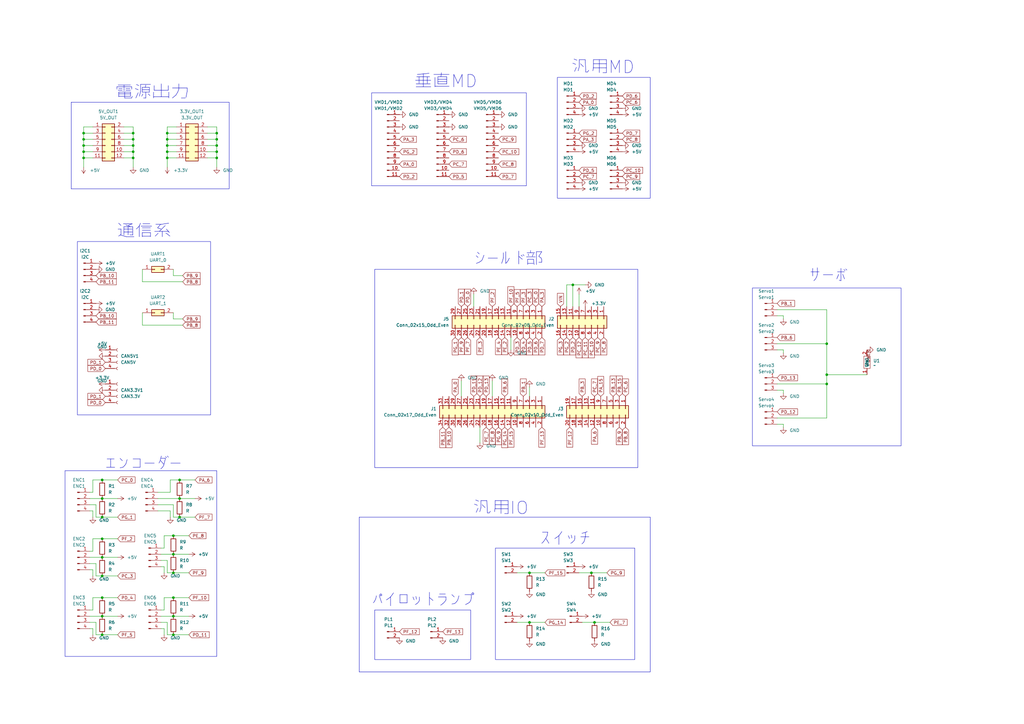
<source format=kicad_sch>
(kicad_sch (version 20231120) (generator "eeschema") (generator_version "8.0")
  (paper "A3")
  (junction (at 41.91 260.35))
  (junction (at 88.9 57.15))
  (junction (at 34.29 59.69))
  (junction (at 41.91 252.73))
  (junction (at 68.58 59.69))
  (junction (at 54.61 62.23))
  (junction (at 71.12 245.11))
  (junction (at 217.17 234.95))
  (junction (at 34.29 54.61))
  (junction (at 217.17 255.27))
  (junction (at 73.66 196.85))
  (junction (at 234.95 116.84))
  (junction (at 68.58 54.61))
  (junction (at 68.58 62.23))
  (junction (at 41.91 212.09))
  (junction (at 41.91 196.85))
  (junction (at 339.09 140.97))
  (junction (at 71.12 227.33))
  (junction (at 71.12 260.35))
  (junction (at 71.12 219.71))
  (junction (at 41.91 236.22))
  (junction (at 339.09 157.48))
  (junction (at 41.91 228.6))
  (junction (at 71.12 252.73))
  (junction (at 41.91 245.11))
  (junction (at 339.09 153.67))
  (junction (at 54.61 57.15))
  (junction (at 243.84 255.27))
  (junction (at 34.29 64.77))
  (junction (at 68.58 64.77))
  (junction (at 41.91 220.98))
  (junction (at 71.12 234.95))
  (junction (at 34.29 57.15))
  (junction (at 88.9 62.23))
  (junction (at 41.91 204.47))
  (junction (at 73.66 212.09))
  (junction (at 54.61 54.61))
  (junction (at 54.61 59.69))
  (junction (at 54.61 64.77))
  (junction (at 88.9 59.69))
  (junction (at 34.29 62.23))
  (junction (at 88.9 64.77))
  (junction (at 242.57 234.95))
  (junction (at 88.9 54.61))
  (junction (at 68.58 57.15))
  (junction (at 73.66 204.47))
  (wire (pts (xy 73.66 212.09) (xy 80.01 212.09)))
  (wire (pts (xy 88.9 54.61) (xy 88.9 57.15)))
  (wire (pts (xy 54.61 57.15) (xy 54.61 59.69)))
  (wire (pts (xy 339.09 127) (xy 339.09 140.97)))
  (wire (pts (xy 64.77 204.47) (xy 73.66 204.47)))
  (wire (pts (xy 321.31 129.54) (xy 321.31 130.81)))
  (wire (pts (xy 41.91 228.6) (xy 48.26 228.6)))
  (wire (pts (xy 189.23 156.21) (xy 189.23 162.56)))
  (wire (pts (xy 38.1 257.81) (xy 38.1 260.35)))
  (wire (pts (xy 64.77 209.55) (xy 69.85 209.55)))
  (wire (pts (xy 67.31 224.79) (xy 67.31 219.71)))
  (wire (pts (xy 321.31 144.78) (xy 321.31 143.51)))
  (wire (pts (xy 217.17 234.95) (xy 223.52 234.95)))
  (wire (pts (xy 238.76 255.27) (xy 243.84 255.27)))
  (wire (pts (xy 36.83 204.47) (xy 41.91 204.47)))
  (wire (pts (xy 34.29 54.61) (xy 34.29 52.07)))
  (wire (pts (xy 39.37 207.01) (xy 39.37 212.09)))
  (wire (pts (xy 242.57 234.95) (xy 248.92 234.95)))
  (wire (pts (xy 68.58 255.27) (xy 68.58 260.35)))
  (wire (pts (xy 67.31 250.19) (xy 67.31 245.11)))
  (wire (pts (xy 68.58 57.15) (xy 68.58 54.61)))
  (wire (pts (xy 36.83 257.81) (xy 38.1 257.81)))
  (wire (pts (xy 41.91 220.98) (xy 48.26 220.98)))
  (wire (pts (xy 69.85 201.93) (xy 69.85 196.85)))
  (wire (pts (xy 38.1 245.11) (xy 41.91 245.11)))
  (wire (pts (xy 34.29 59.69) (xy 34.29 57.15)))
  (wire (pts (xy 234.95 116.84) (xy 234.95 125.73)))
  (wire (pts (xy 318.77 157.48) (xy 339.09 157.48)))
  (wire (pts (xy 66.04 224.79) (xy 67.31 224.79)))
  (wire (pts (xy 85.09 64.77) (xy 88.9 64.77)))
  (wire (pts (xy 318.77 160.02) (xy 321.31 160.02)))
  (wire (pts (xy 88.9 52.07) (xy 88.9 54.61)))
  (wire (pts (xy 71.12 130.81) (xy 74.93 130.81)))
  (wire (pts (xy 41.91 260.35) (xy 48.26 260.35)))
  (wire (pts (xy 68.58 68.58) (xy 68.58 64.77)))
  (wire (pts (xy 36.83 250.19) (xy 38.1 250.19)))
  (wire (pts (xy 36.83 207.01) (xy 39.37 207.01)))
  (wire (pts (xy 34.29 54.61) (xy 38.1 54.61)))
  (wire (pts (xy 73.66 196.85) (xy 80.01 196.85)))
  (wire (pts (xy 38.1 196.85) (xy 41.91 196.85)))
  (wire (pts (xy 34.29 62.23) (xy 34.29 59.69)))
  (wire (pts (xy 41.91 204.47) (xy 48.26 204.47)))
  (wire (pts (xy 196.85 175.26) (xy 196.85 181.61)))
  (wire (pts (xy 34.29 68.58) (xy 34.29 64.77)))
  (wire (pts (xy 234.95 116.84) (xy 232.41 116.84)))
  (wire (pts (xy 318.77 129.54) (xy 321.31 129.54)))
  (wire (pts (xy 54.61 64.77) (xy 54.61 68.58)))
  (wire (pts (xy 34.29 59.69) (xy 38.1 59.69)))
  (wire (pts (xy 68.58 229.87) (xy 68.58 234.95)))
  (wire (pts (xy 212.09 255.27) (xy 217.17 255.27)))
  (wire (pts (xy 50.8 62.23) (xy 54.61 62.23)))
  (wire (pts (xy 321.31 160.02) (xy 321.31 161.29)))
  (wire (pts (xy 38.1 226.06) (xy 38.1 220.98)))
  (wire (pts (xy 36.83 255.27) (xy 39.37 255.27)))
  (wire (pts (xy 34.29 57.15) (xy 34.29 54.61)))
  (wire (pts (xy 54.61 52.07) (xy 54.61 54.61)))
  (wire (pts (xy 41.91 245.11) (xy 48.26 245.11)))
  (wire (pts (xy 68.58 62.23) (xy 68.58 59.69)))
  (wire (pts (xy 64.77 201.93) (xy 69.85 201.93)))
  (wire (pts (xy 39.37 236.22) (xy 41.91 236.22)))
  (wire (pts (xy 71.12 234.95) (xy 77.47 234.95)))
  (wire (pts (xy 318.77 140.97) (xy 339.09 140.97)))
  (wire (pts (xy 217.17 158.75) (xy 217.17 162.56)))
  (wire (pts (xy 68.58 59.69) (xy 68.58 57.15)))
  (wire (pts (xy 71.12 110.49) (xy 71.12 113.03)))
  (wire (pts (xy 321.31 173.99) (xy 318.77 173.99)))
  (wire (pts (xy 85.09 54.61) (xy 88.9 54.61)))
  (wire (pts (xy 39.37 231.14) (xy 39.37 236.22)))
  (wire (pts (xy 88.9 64.77) (xy 88.9 68.58)))
  (wire (pts (xy 71.12 212.09) (xy 73.66 212.09)))
  (wire (pts (xy 66.04 255.27) (xy 68.58 255.27)))
  (wire (pts (xy 339.09 140.97) (xy 339.09 153.67)))
  (wire (pts (xy 85.09 52.07) (xy 88.9 52.07)))
  (wire (pts (xy 71.12 252.73) (xy 77.47 252.73)))
  (wire (pts (xy 38.1 233.68) (xy 38.1 236.22)))
  (wire (pts (xy 38.1 220.98) (xy 41.91 220.98)))
  (wire (pts (xy 68.58 52.07) (xy 72.39 52.07)))
  (wire (pts (xy 212.09 234.95) (xy 217.17 234.95)))
  (wire (pts (xy 88.9 57.15) (xy 88.9 59.69)))
  (wire (pts (xy 88.9 62.23) (xy 88.9 64.77)))
  (wire (pts (xy 36.83 228.6) (xy 41.91 228.6)))
  (wire (pts (xy 54.61 54.61) (xy 54.61 57.15)))
  (wire (pts (xy 321.31 175.26) (xy 321.31 173.99)))
  (wire (pts (xy 39.37 212.09) (xy 41.91 212.09)))
  (wire (pts (xy 339.09 153.67) (xy 339.09 157.48)))
  (wire (pts (xy 58.42 128.27) (xy 58.42 133.35)))
  (wire (pts (xy 34.29 64.77) (xy 34.29 62.23)))
  (wire (pts (xy 243.84 255.27) (xy 250.19 255.27)))
  (wire (pts (xy 58.42 115.57) (xy 74.93 115.57)))
  (wire (pts (xy 36.83 233.68) (xy 38.1 233.68)))
  (wire (pts (xy 50.8 57.15) (xy 54.61 57.15)))
  (wire (pts (xy 68.58 54.61) (xy 68.58 52.07)))
  (wire (pts (xy 318.77 171.45) (xy 339.09 171.45)))
  (wire (pts (xy 41.91 252.73) (xy 48.26 252.73)))
  (wire (pts (xy 34.29 64.77) (xy 38.1 64.77)))
  (wire (pts (xy 85.09 59.69) (xy 88.9 59.69)))
  (wire (pts (xy 66.04 229.87) (xy 68.58 229.87)))
  (wire (pts (xy 66.04 250.19) (xy 67.31 250.19)))
  (wire (pts (xy 68.58 64.77) (xy 68.58 62.23)))
  (wire (pts (xy 321.31 143.51) (xy 318.77 143.51)))
  (wire (pts (xy 68.58 62.23) (xy 72.39 62.23)))
  (wire (pts (xy 71.12 113.03) (xy 74.93 113.03)))
  (wire (pts (xy 36.83 209.55) (xy 38.1 209.55)))
  (wire (pts (xy 318.77 127) (xy 339.09 127)))
  (wire (pts (xy 88.9 59.69) (xy 88.9 62.23)))
  (wire (pts (xy 34.29 62.23) (xy 38.1 62.23)))
  (wire (pts (xy 36.83 252.73) (xy 41.91 252.73)))
  (wire (pts (xy 36.83 226.06) (xy 38.1 226.06)))
  (wire (pts (xy 67.31 257.81) (xy 67.31 260.35)))
  (wire (pts (xy 39.37 260.35) (xy 41.91 260.35)))
  (wire (pts (xy 58.42 110.49) (xy 58.42 115.57)))
  (wire (pts (xy 73.66 204.47) (xy 80.01 204.47)))
  (wire (pts (xy 36.83 231.14) (xy 39.37 231.14)))
  (wire (pts (xy 240.03 116.84) (xy 234.95 116.84)))
  (wire (pts (xy 38.1 250.19) (xy 38.1 245.11)))
  (wire (pts (xy 339.09 153.67) (xy 355.6 153.67)))
  (wire (pts (xy 85.09 57.15) (xy 88.9 57.15)))
  (wire (pts (xy 339.09 157.48) (xy 339.09 171.45)))
  (wire (pts (xy 66.04 252.73) (xy 71.12 252.73)))
  (wire (pts (xy 38.1 201.93) (xy 38.1 196.85)))
  (wire (pts (xy 85.09 62.23) (xy 88.9 62.23)))
  (wire (pts (xy 194.31 120.65) (xy 194.31 125.73)))
  (wire (pts (xy 69.85 196.85) (xy 73.66 196.85)))
  (wire (pts (xy 66.04 257.81) (xy 67.31 257.81)))
  (wire (pts (xy 50.8 59.69) (xy 54.61 59.69)))
  (wire (pts (xy 68.58 234.95) (xy 71.12 234.95)))
  (wire (pts (xy 71.12 227.33) (xy 77.47 227.33)))
  (wire (pts (xy 71.12 245.11) (xy 77.47 245.11)))
  (wire (pts (xy 67.31 219.71) (xy 71.12 219.71)))
  (wire (pts (xy 71.12 128.27) (xy 71.12 130.81)))
  (wire (pts (xy 237.49 234.95) (xy 242.57 234.95)))
  (wire (pts (xy 50.8 52.07) (xy 54.61 52.07)))
  (wire (pts (xy 237.49 120.65) (xy 237.49 125.73)))
  (wire (pts (xy 41.91 212.09) (xy 48.26 212.09)))
  (wire (pts (xy 68.58 59.69) (xy 72.39 59.69)))
  (wire (pts (xy 66.04 227.33) (xy 71.12 227.33)))
  (wire (pts (xy 71.12 260.35) (xy 77.47 260.35)))
  (wire (pts (xy 71.12 207.01) (xy 71.12 212.09)))
  (wire (pts (xy 201.93 156.21) (xy 201.93 162.56)))
  (wire (pts (xy 217.17 255.27) (xy 223.52 255.27)))
  (wire (pts (xy 71.12 219.71) (xy 77.47 219.71)))
  (wire (pts (xy 39.37 255.27) (xy 39.37 260.35)))
  (wire (pts (xy 38.1 209.55) (xy 38.1 212.09)))
  (wire (pts (xy 34.29 52.07) (xy 38.1 52.07)))
  (wire (pts (xy 34.29 57.15) (xy 38.1 57.15)))
  (wire (pts (xy 68.58 260.35) (xy 71.12 260.35)))
  (wire (pts (xy 54.61 62.23) (xy 54.61 64.77)))
  (wire (pts (xy 64.77 207.01) (xy 71.12 207.01)))
  (wire (pts (xy 50.8 54.61) (xy 54.61 54.61)))
  (wire (pts (xy 41.91 196.85) (xy 48.26 196.85)))
  (wire (pts (xy 58.42 133.35) (xy 74.93 133.35)))
  (wire (pts (xy 68.58 57.15) (xy 72.39 57.15)))
  (wire (pts (xy 66.04 232.41) (xy 67.31 232.41)))
  (wire (pts (xy 69.85 209.55) (xy 69.85 212.09)))
  (wire (pts (xy 209.55 138.43) (xy 209.55 143.51)))
  (wire (pts (xy 232.41 116.84) (xy 232.41 125.73)))
  (wire (pts (xy 50.8 64.77) (xy 54.61 64.77)))
  (wire (pts (xy 41.91 236.22) (xy 48.26 236.22)))
  (wire (pts (xy 67.31 232.41) (xy 67.31 234.95)))
  (wire (pts (xy 68.58 64.77) (xy 72.39 64.77)))
  (wire (pts (xy 54.61 59.69) (xy 54.61 62.23)))
  (wire (pts (xy 36.83 201.93) (xy 38.1 201.93)))
  (wire (pts (xy 67.31 245.11) (xy 71.12 245.11)))
  (wire (pts (xy 68.58 54.61) (xy 72.39 54.61)))
  (rectangle (start 308.61 118.11) (end 369.57 182.88))
  (rectangle (start 26.67 193.04) (end 88.9 269.24))
  (rectangle (start 153.67 110.49) (end 261.62 191.77))
  (rectangle (start 147.32 212.09) (end 266.7 275.59))
  (text_box "" (at 228.6 31.75 0) (size 38.1 49.53) (effects (font (size 1.27 1.27)) (justify left top)))
  (text_box "" (at 203.2 224.79 0) (size 57.15 45.72) (effects (font (size 1.27 1.27)) (justify left top)))
  (text_box "" (at 29.21 41.91 0) (size 64.77 35.56) (effects (font (size 1.27 1.27)) (justify left top)))
  (text_box "" (at 152.4 38.1 0) (size 63.5 38.1) (effects (font (size 1.27 1.27)) (justify left top)))
  (text_box "" (at 31.75 99.06 0) (size 54.61 71.12) (effects (font (size 1.27 1.27)) (justify left top)))
  (text_box "" (at 153.67 250.19 0) (size 39.37 20.32) (effects (font (size 1.27 1.27)) (justify left top)))
  (text "汎用IO" (at 205.486 208.534 0) (effects (font (size 5.08 5.08))))
  (text "シールド部\n" (at 208.534 106.426 0) (effects (font (size 5.08 5.08))))
  (text "垂直MD" (at 182.88 33.528 0) (effects (font (size 5.08 5.08))))
  (text "汎用MD" (at 247.396 27.686 0) (effects (font (size 5.08 5.08))))
  (text "エンコーダー" (at 58.674 190.5 0) (effects (font (size 5.08 5.08))))
  (text "パイロットランプ" (at 173.482 246.38 0) (effects (font (size 5.08 5.08))))
  (text "スイッチ" (at 231.902 221.234 0) (effects (font (size 5.08 5.08))))
  (text "電源出力" (at 62.484 38.1 0) (effects (font (size 5.08 5.08))))
  (text "通信系\n" (at 59.182 94.996 0) (effects (font (size 5.08 5.08))))
  (text "サーボ" (at 339.598 113.284 0) (effects (font (size 5.08 5.08))))
  (global_label "PG_2" (shape input) (at 237.49 54.61 0) (property "Intersheetrefs" "${INTERSHEET_REFS}" (effects (hide yes))))
  (global_label "PC_10" (shape input) (at 204.47 62.23 0) (property "Intersheetrefs" "${INTERSHEET_REFS}" (effects (hide yes))))
  (global_label "PA_3" (shape input) (at 222.25 125.73 90) (property "Intersheetrefs" "${INTERSHEET_REFS}" (effects (hide yes))))
  (global_label "PF_2" (shape input) (at 48.26 220.98 0) (property "Intersheetrefs" "${INTERSHEET_REFS}" (effects (hide yes))))
  (global_label "PC_10" (shape input) (at 255.27 69.85 0) (property "Intersheetrefs" "${INTERSHEET_REFS}" (effects (hide yes))))
  (global_label "PD_0" (shape input) (at 43.18 165.1 180) (property "Intersheetrefs" "${INTERSHEET_REFS}" (effects (hide yes))))
  (global_label "PB_15" (shape input) (at 254 162.56 90) (property "Intersheetrefs" "${INTERSHEET_REFS}" (effects (hide yes))))
  (global_label "PD_6" (shape input) (at 255.27 39.37 0) (property "Intersheetrefs" "${INTERSHEET_REFS}" (effects (hide yes))))
  (global_label "PA_6" (shape input) (at 243.84 175.26 270) (property "Intersheetrefs" "${INTERSHEET_REFS}" (effects (hide yes))))
  (global_label "PE_7" (shape input) (at 250.19 255.27 0) (property "Intersheetrefs" "${INTERSHEET_REFS}" (effects (hide yes))))
  (global_label "PE_7" (shape input) (at 199.39 175.26 270) (property "Intersheetrefs" "${INTERSHEET_REFS}" (effects (hide yes))))
  (global_label "PG_1" (shape input) (at 48.26 212.09 0) (property "Intersheetrefs" "${INTERSHEET_REFS}" (effects (hide yes))))
  (global_label "PD_4" (shape input) (at 214.63 138.43 270) (property "Intersheetrefs" "${INTERSHEET_REFS}" (effects (hide yes))))
  (global_label "PF_3" (shape input) (at 214.63 125.73 90) (property "Intersheetrefs" "${INTERSHEET_REFS}" (effects (hide yes))))
  (global_label "PF_13" (shape input) (at 222.25 175.26 270) (property "Intersheetrefs" "${INTERSHEET_REFS}" (effects (hide yes))))
  (global_label "PD_7" (shape input) (at 222.25 138.43 270) (property "Intersheetrefs" "${INTERSHEET_REFS}" (effects (hide yes))))
  (global_label "PB_6" (shape input) (at 318.77 138.43 0) (property "Intersheetrefs" "${INTERSHEET_REFS}" (effects (hide yes))))
  (global_label "PD_12" (shape input) (at 318.77 168.91 0) (property "Intersheetrefs" "${INTERSHEET_REFS}" (effects (hide yes))))
  (global_label "PA_6" (shape input) (at 80.01 196.85 0) (property "Intersheetrefs" "${INTERSHEET_REFS}" (effects (hide yes))))
  (global_label "PD_2" (shape input) (at 163.83 72.39 0) (property "Intersheetrefs" "${INTERSHEET_REFS}" (effects (hide yes))))
  (global_label "PE_8" (shape input) (at 77.47 219.71 0) (property "Intersheetrefs" "${INTERSHEET_REFS}" (effects (hide yes))))
  (global_label "PF_10" (shape input) (at 77.47 245.11 0) (property "Intersheetrefs" "${INTERSHEET_REFS}" (effects (hide yes))))
  (global_label "PE_4" (shape input) (at 204.47 138.43 270) (property "Intersheetrefs" "${INTERSHEET_REFS}" (effects (hide yes))))
  (global_label "PF_10" (shape input) (at 209.55 125.73 90) (property "Intersheetrefs" "${INTERSHEET_REFS}" (effects (hide yes))))
  (global_label "PF_15" (shape input) (at 209.55 175.26 270) (property "Intersheetrefs" "${INTERSHEET_REFS}" (effects (hide yes))))
  (global_label "PB_6" (shape input) (at 207.01 162.56 90) (property "Intersheetrefs" "${INTERSHEET_REFS}" (effects (hide yes))))
  (global_label "PF_9" (shape input) (at 189.23 138.43 270) (property "Intersheetrefs" "${INTERSHEET_REFS}" (effects (hide yes))))
  (global_label "PC_11" (shape input) (at 240.03 138.43 270) (property "Intersheetrefs" "${INTERSHEET_REFS}" (effects (hide yes))))
  (global_label "PF_5" (shape input) (at 212.09 125.73 90) (property "Intersheetrefs" "${INTERSHEET_REFS}" (effects (hide yes))))
  (global_label "PB_11" (shape input) (at 39.37 115.57 0) (property "Intersheetrefs" "${INTERSHEET_REFS}" (effects (hide yes))))
  (global_label "PD_5" (shape input) (at 217.17 138.43 270) (property "Intersheetrefs" "${INTERSHEET_REFS}" (effects (hide yes))))
  (global_label "PD_7" (shape input) (at 255.27 54.61 0) (property "Intersheetrefs" "${INTERSHEET_REFS}" (effects (hide yes))))
  (global_label "PD_5" (shape input) (at 237.49 69.85 0) (property "Intersheetrefs" "${INTERSHEET_REFS}" (effects (hide yes))))
  (global_label "PC_9" (shape input) (at 204.47 57.15 0) (property "Intersheetrefs" "${INTERSHEET_REFS}" (effects (hide yes))))
  (global_label "PD_2" (shape input) (at 234.95 138.43 270) (property "Intersheetrefs" "${INTERSHEET_REFS}" (effects (hide yes))))
  (global_label "PF_12" (shape input) (at 233.68 175.26 270) (property "Intersheetrefs" "${INTERSHEET_REFS}" (effects (hide yes))))
  (global_label "PF_7" (shape input) (at 80.01 212.09 0) (property "Intersheetrefs" "${INTERSHEET_REFS}" (effects (hide yes))))
  (global_label "PB_8" (shape input) (at 74.93 115.57 0) (property "Intersheetrefs" "${INTERSHEET_REFS}" (effects (hide yes))))
  (global_label "PA_15" (shape input) (at 246.38 162.56 90) (property "Intersheetrefs" "${INTERSHEET_REFS}" (effects (hide yes))))
  (global_label "PD_6" (shape input) (at 184.15 62.23 0) (property "Intersheetrefs" "${INTERSHEET_REFS}" (effects (hide yes))))
  (global_label "PB_10" (shape input) (at 39.37 129.54 0) (property "Intersheetrefs" "${INTERSHEET_REFS}" (effects (hide yes))))
  (global_label "PD_11" (shape input) (at 194.31 162.56 90) (property "Intersheetrefs" "${INTERSHEET_REFS}" (effects (hide yes))))
  (global_label "PB_11" (shape input) (at 39.37 132.08 0) (property "Intersheetrefs" "${INTERSHEET_REFS}" (effects (hide yes))))
  (global_label "PC_6" (shape input) (at 184.15 57.15 0) (property "Intersheetrefs" "${INTERSHEET_REFS}" (effects (hide yes))))
  (global_label "PA_3" (shape input) (at 237.49 57.15 0) (property "Intersheetrefs" "${INTERSHEET_REFS}" (effects (hide yes))))
  (global_label "PD_0" (shape input) (at 43.18 151.13 180) (property "Intersheetrefs" "${INTERSHEET_REFS}" (effects (hide yes))))
  (global_label "PF_12" (shape input) (at 163.83 259.08 0) (property "Intersheetrefs" "${INTERSHEET_REFS}" (effects (hide yes))))
  (global_label "PB_10" (shape input) (at 184.15 175.26 270) (property "Intersheetrefs" "${INTERSHEET_REFS}" (effects (hide yes))))
  (global_label "PC_0" (shape input) (at 48.26 196.85 0) (property "Intersheetrefs" "${INTERSHEET_REFS}" (effects (hide yes))))
  (global_label "PC_8" (shape input) (at 204.47 67.31 0) (property "Intersheetrefs" "${INTERSHEET_REFS}" (effects (hide yes))))
  (global_label "PB_10" (shape input) (at 39.37 113.03 0) (property "Intersheetrefs" "${INTERSHEET_REFS}" (effects (hide yes))))
  (global_label "PG_3" (shape input) (at 229.87 138.43 270) (property "Intersheetrefs" "${INTERSHEET_REFS}" (effects (hide yes))))
  (global_label "PD_2" (shape input) (at 237.49 39.37 0) (property "Intersheetrefs" "${INTERSHEET_REFS}" (effects (hide yes))))
  (global_label "PG_9" (shape input) (at 204.47 175.26 270) (property "Intersheetrefs" "${INTERSHEET_REFS}" (effects (hide yes))))
  (global_label "PC_6" (shape input) (at 255.27 41.91 0) (property "Intersheetrefs" "${INTERSHEET_REFS}" (effects (hide yes))))
  (global_label "PD_1" (shape input) (at 189.23 125.73 90) (property "Intersheetrefs" "${INTERSHEET_REFS}" (effects (hide yes))))
  (global_label "PA_3" (shape input) (at 163.83 57.15 0) (property "Intersheetrefs" "${INTERSHEET_REFS}" (effects (hide yes))))
  (global_label "PE_2" (shape input) (at 207.01 138.43 270) (property "Intersheetrefs" "${INTERSHEET_REFS}" (effects (hide yes))))
  (global_label "PE_3" (shape input) (at 196.85 138.43 270) (property "Intersheetrefs" "${INTERSHEET_REFS}" (effects (hide yes))))
  (global_label "PG_1" (shape input) (at 186.69 138.43 270) (property "Intersheetrefs" "${INTERSHEET_REFS}" (effects (hide yes))))
  (global_label "PB_8" (shape input) (at 74.93 133.35 0) (property "Intersheetrefs" "${INTERSHEET_REFS}" (effects (hide yes))))
  (global_label "PB_9" (shape input) (at 74.93 130.81 0) (property "Intersheetrefs" "${INTERSHEET_REFS}" (effects (hide yes))))
  (global_label "PD_12" (shape input) (at 196.85 162.56 90) (property "Intersheetrefs" "${INTERSHEET_REFS}" (effects (hide yes))))
  (global_label "PD_1" (shape input) (at 43.18 162.56 180) (property "Intersheetrefs" "${INTERSHEET_REFS}" (effects (hide yes))))
  (global_label "PB_13" (shape input) (at 251.46 162.56 90) (property "Intersheetrefs" "${INTERSHEET_REFS}" (effects (hide yes))))
  (global_label "PC_9" (shape input) (at 245.11 138.43 270) (property "Intersheetrefs" "${INTERSHEET_REFS}" (effects (hide yes))))
  (global_label "PG_14" (shape input) (at 207.01 175.26 270) (property "Intersheetrefs" "${INTERSHEET_REFS}" (effects (hide yes))))
  (global_label "PG_14" (shape input) (at 223.52 255.27 0) (property "Intersheetrefs" "${INTERSHEET_REFS}" (effects (hide yes))))
  (global_label "PC_7" (shape input) (at 237.49 72.39 0) (property "Intersheetrefs" "${INTERSHEET_REFS}" (effects (hide yes))))
  (global_label "PC_9" (shape input) (at 255.27 72.39 0) (property "Intersheetrefs" "${INTERSHEET_REFS}" (effects (hide yes))))
  (global_label "PC_6" (shape input) (at 256.54 162.56 90) (property "Intersheetrefs" "${INTERSHEET_REFS}" (effects (hide yes))))
  (global_label "PC_8" (shape input) (at 255.27 57.15 0) (property "Intersheetrefs" "${INTERSHEET_REFS}" (effects (hide yes))))
  (global_label "PD_13" (shape input) (at 199.39 162.56 90) (property "Intersheetrefs" "${INTERSHEET_REFS}" (effects (hide yes))))
  (global_label "PF_2" (shape input) (at 201.93 125.73 90) (property "Intersheetrefs" "${INTERSHEET_REFS}" (effects (hide yes))))
  (global_label "PF_7" (shape input) (at 191.77 138.43 270) (property "Intersheetrefs" "${INTERSHEET_REFS}" (effects (hide yes))))
  (global_label "PF_9" (shape input) (at 77.47 234.95 0) (property "Intersheetrefs" "${INTERSHEET_REFS}" (effects (hide yes))))
  (global_label "PE_8" (shape input) (at 201.93 175.26 270) (property "Intersheetrefs" "${INTERSHEET_REFS}" (effects (hide yes))))
  (global_label "PG_2" (shape input) (at 163.83 62.23 0) (property "Intersheetrefs" "${INTERSHEET_REFS}" (effects (hide yes))))
  (global_label "PA_0" (shape input) (at 163.83 67.31 0) (property "Intersheetrefs" "${INTERSHEET_REFS}" (effects (hide yes))))
  (global_label "PB_1" (shape input) (at 318.77 124.46 0) (property "Intersheetrefs" "${INTERSHEET_REFS}" (effects (hide yes))))
  (global_label "PD_3" (shape input) (at 212.09 138.43 270) (property "Intersheetrefs" "${INTERSHEET_REFS}" (effects (hide yes))))
  (global_label "PC_8" (shape input) (at 247.65 138.43 270) (property "Intersheetrefs" "${INTERSHEET_REFS}" (effects (hide yes))))
  (global_label "PF_13" (shape input) (at 181.61 259.08 0) (property "Intersheetrefs" "${INTERSHEET_REFS}" (effects (hide yes))))
  (global_label "PC_12" (shape input) (at 237.49 138.43 270) (property "Intersheetrefs" "${INTERSHEET_REFS}" (effects (hide yes))))
  (global_label "PA_0" (shape input) (at 186.69 162.56 90) (property "Intersheetrefs" "${INTERSHEET_REFS}" (effects (hide yes))))
  (global_label "PG_2" (shape input) (at 232.41 138.43 270) (property "Intersheetrefs" "${INTERSHEET_REFS}" (effects (hide yes))))
  (global_label "PB_9" (shape input) (at 74.93 113.03 0) (property "Intersheetrefs" "${INTERSHEET_REFS}" (effects (hide yes))))
  (global_label "PB_11" (shape input) (at 181.61 175.26 270) (property "Intersheetrefs" "${INTERSHEET_REFS}" (effects (hide yes))))
  (global_label "PC_10" (shape input) (at 242.57 138.43 270) (property "Intersheetrefs" "${INTERSHEET_REFS}" (effects (hide yes))))
  (global_label "PC_0" (shape input) (at 219.71 125.73 90) (property "Intersheetrefs" "${INTERSHEET_REFS}" (effects (hide yes))))
  (global_label "PD_7" (shape input) (at 204.47 72.39 0) (property "Intersheetrefs" "${INTERSHEET_REFS}" (effects (hide yes))))
  (global_label "VIN" (shape input) (at 229.87 125.73 90) (property "Intersheetrefs" "${INTERSHEET_REFS}" (effects (hide yes))))
  (global_label "PG_9" (shape input) (at 248.92 234.95 0) (property "Intersheetrefs" "${INTERSHEET_REFS}" (effects (hide yes))))
  (global_label "PD_5" (shape input) (at 184.15 72.39 0) (property "Intersheetrefs" "${INTERSHEET_REFS}" (effects (hide yes))))
  (global_label "PC_7" (shape input) (at 243.84 162.56 90) (property "Intersheetrefs" "${INTERSHEET_REFS}" (effects (hide yes))))
  (global_label "PC_7" (shape input) (at 184.15 67.31 0) (property "Intersheetrefs" "${INTERSHEET_REFS}" (effects (hide yes))))
  (global_label "PD_0" (shape input) (at 191.77 125.73 90) (property "Intersheetrefs" "${INTERSHEET_REFS}" (effects (hide yes))))
  (global_label "PB_3" (shape input) (at 238.76 162.56 90) (property "Intersheetrefs" "${INTERSHEET_REFS}" (effects (hide yes))))
  (global_label "PD_6" (shape input) (at 219.71 138.43 270) (property "Intersheetrefs" "${INTERSHEET_REFS}" (effects (hide yes))))
  (global_label "PC_3" (shape input) (at 48.26 236.22 0) (property "Intersheetrefs" "${INTERSHEET_REFS}" (effects (hide yes))))
  (global_label "PD_4" (shape input) (at 48.26 245.11 0) (property "Intersheetrefs" "${INTERSHEET_REFS}" (effects (hide yes))))
  (global_label "PF_15" (shape input) (at 223.52 234.95 0) (property "Intersheetrefs" "${INTERSHEET_REFS}" (effects (hide yes))))
  (global_label "PD_13" (shape input) (at 318.77 154.94 0) (property "Intersheetrefs" "${INTERSHEET_REFS}" (effects (hide yes))))
  (global_label "PD_1" (shape input) (at 43.18 148.59 180) (property "Intersheetrefs" "${INTERSHEET_REFS}" (effects (hide yes))))
  (global_label "PF_5" (shape input) (at 48.26 260.35 0) (property "Intersheetrefs" "${INTERSHEET_REFS}" (effects (hide yes))))
  (global_label "PA_0" (shape input) (at 237.49 41.91 0) (property "Intersheetrefs" "${INTERSHEET_REFS}" (effects (hide yes))))
  (global_label "PB_8" (shape input) (at 256.54 175.26 270) (property "Intersheetrefs" "${INTERSHEET_REFS}" (effects (hide yes))))
  (global_label "PC_3" (shape input) (at 217.17 125.73 90) (property "Intersheetrefs" "${INTERSHEET_REFS}" (effects (hide yes))))
  (global_label "PB_1" (shape input) (at 214.63 162.56 90) (property "Intersheetrefs" "${INTERSHEET_REFS}" (effects (hide yes))))
  (global_label "PB_9" (shape input) (at 254 175.26 270) (property "Intersheetrefs" "${INTERSHEET_REFS}" (effects (hide yes))))
  (global_label "PD_11" (shape input) (at 77.47 260.35 0) (property "Intersheetrefs" "${INTERSHEET_REFS}" (effects (hide yes))))
  (symbol (lib_id "Connector:Conn_01x11_Pin") (at 199.39 59.69 0) (unit 1)
    (property "Reference" "VMD5/VMD6" (at 200.025 41.91 0))
    (property "Value" "VMD5/VMD6" (at 200.025 44.45 0))
    (property "Footprint" "Connector_PinHeader_2.54mm:PinHeader_1x11_P2.54mm_Vertical" (effects (hide yes)))
    (property "Description" "Generic connector, single row, 01x11, script generated" (effects (hide yes)))
  )
  (symbol (lib_id "power:+5V") (at 237.49 120.65 0) (unit 1)
    (property "Reference" "#PWR04" (effects (hide yes)))
    (property "Value" "+5V" (at 240.03 119.3799 0) (effects (justify left)))
  )
  (symbol (lib_id "power:+5V") (at 237.49 232.41 270) (unit 1)
    (property "Reference" "#PWR044" (effects (hide yes)))
    (property "Value" "+5V" (at 241.3 232.4099 90) (effects (justify left)))
  )
  (symbol (lib_id "power:+3.3V") (at 68.58 68.58 180) (unit 1)
    (property "Reference" "#PWR059" (effects (hide yes)))
    (property "Value" "+3.3V" (at 71.12 69.8499 0) (effects (justify right)))
    (property "Description" "Power symbol creates a global label with name \"+3.3V\"" (effects (hide yes)))
  )
  (symbol (lib_id "power:GND") (at 217.17 242.57 0) (unit 1)
    (property "Reference" "#PWR040" (effects (hide yes)))
    (property "Value" "GND" (at 219.71 243.8399 0) (effects (justify left)))
  )
  (symbol (lib_name "GND_2") (lib_id "power:GND") (at 204.47 52.07 90) (unit 1)
    (property "Reference" "#PWR067" (effects (hide yes)))
    (property "Value" "GND" (at 208.28 52.0699 90) (effects (justify right)))
    (property "Description" "Power symbol creates a global label with name \"GND\" , ground" (effects (hide yes)))
  )
  (symbol (lib_id "MyLibrary:Power") (at 355.6 148.59 270) (unit 1)
    (property "Reference" "U1" (at 358.14 147.9549 90) (effects (justify left)))
    (property "Value" "~" (at 358.14 149.86 90) (effects (justify left)))
    (property "Footprint" "MyLibrary:Power" (effects (hide yes)))
  )
  (symbol (lib_id "Connector:Conn_01x02_Pin") (at 176.53 259.08 0) (unit 1)
    (property "Reference" "PL2" (at 177.165 254 0))
    (property "Value" "PL2" (at 177.165 256.54 0))
    (property "Footprint" "Connector_PinHeader_2.54mm:PinHeader_1x02_P2.54mm_Vertical" (effects (hide yes)))
    (property "Description" "Generic connector, single row, 01x02, script generated" (effects (hide yes)))
  )
  (symbol (lib_id "power:GND") (at 242.57 242.57 0) (unit 1)
    (property "Reference" "#PWR045" (effects (hide yes)))
    (property "Value" "GND" (at 245.11 243.8399 0) (effects (justify left)))
  )
  (symbol (lib_id "power:+5V") (at 39.37 124.46 270) (unit 1)
    (property "Reference" "#PWR050" (effects (hide yes)))
    (property "Value" "+5V" (at 43.18 124.4599 90) (effects (justify left)))
  )
  (symbol (lib_name "GND_1") (lib_id "power:GND") (at 43.18 160.02 270) (unit 1)
    (property "Reference" "#PWR058" (effects (hide yes)))
    (property "Value" "GND" (at 41.91 156.21 90))
    (property "Description" "Power symbol creates a global label with name \"GND\" , ground" (effects (hide yes)))
  )
  (symbol (lib_id "Connector:Conn_01x02_Pin") (at 207.01 232.41 0) (unit 1)
    (property "Reference" "SW1" (at 207.645 227.33 0))
    (property "Value" "SW1" (at 207.645 229.87 0))
    (property "Footprint" "Connector_PinHeader_2.54mm:PinHeader_1x02_P2.54mm_Vertical" (effects (hide yes)))
  )
  (symbol (lib_id "power:GND") (at 88.9 68.58 0) (unit 1)
    (property "Reference" "#PWR060" (effects (hide yes)))
    (property "Value" "GND" (at 91.44 69.8499 0) (effects (justify left)))
  )
  (symbol (lib_id "power:+5V") (at 48.26 204.47 270) (unit 1)
    (property "Reference" "#PWR023" (effects (hide yes)))
    (property "Value" "+5V" (at 52.07 204.4699 90) (effects (justify left)))
  )
  (symbol (lib_id "Connector:Conn_01x04_Pin") (at 232.41 72.39 0) (unit 1)
    (property "Reference" "MD3" (at 233.045 64.77 0))
    (property "Value" "MD3" (at 233.045 67.31 0))
    (property "Footprint" "Connector_PinHeader_2.54mm:PinHeader_1x04_P2.54mm_Vertical" (effects (hide yes)))
  )
  (symbol (lib_id "Connector:Conn_01x04_Pin") (at 34.29 110.49 0) (unit 1)
    (property "Reference" "I2C1" (at 34.925 102.87 0))
    (property "Value" "I2C" (at 34.925 105.41 0))
    (property "Footprint" "Connector_PinHeader_2.54mm:PinHeader_1x04_P2.54mm_Vertical" (effects (hide yes)))
  )
  (symbol (lib_id "Connector_Generic:Conn_02x15_Odd_Even") (at 204.47 130.81 270) (unit 1)
    (property "Reference" "J5" (at 184.15 130.8099 90) (effects (justify right)))
    (property "Value" "Conn_02x15_Odd_Even" (at 184.15 133.3499 90) (effects (justify right)))
    (property "Footprint" "Connector_PinHeader_2.54mm:PinHeader_2x15_P2.54mm_Vertical" (effects (hide yes)))
  )
  (symbol (lib_id "Connector:Conn_01x02_Pin") (at 158.75 259.08 0) (unit 1)
    (property "Reference" "PL1" (at 159.385 254 0))
    (property "Value" "PL1" (at 159.385 256.54 0))
    (property "Footprint" "Connector_PinHeader_2.54mm:PinHeader_1x02_P2.54mm_Vertical" (effects (hide yes)))
    (property "Description" "Generic connector, single row, 01x02, script generated" (effects (hide yes)))
  )
  (symbol (lib_id "power:+3.3V") (at 43.18 157.48 90) (unit 1)
    (property "Reference" "#PWR038" (effects (hide yes)))
    (property "Value" "+3.3V" (at 41.91 154.94 90))
    (property "Description" "Power symbol creates a global label with name \"+3.3V\"" (effects (hide yes)))
  )
  (symbol (lib_id "power:GND") (at 237.49 59.69 90) (unit 1)
    (property "Reference" "#PWR05" (effects (hide yes)))
    (property "Value" "GND" (at 241.3 59.6899 90) (effects (justify right)))
  )
  (symbol (lib_id "Device:R") (at 71.12 223.52 0) (unit 1)
    (property "Reference" "R9" (at 73.66 222.2499 0) (effects (justify left)))
    (property "Value" "R" (at 73.66 224.7899 0) (effects (justify left)))
    (property "Footprint" "Resistor_THT:R_Axial_DIN0207_L6.3mm_D2.5mm_P10.16mm_Horizontal" (effects (hide yes)))
  )
  (symbol (lib_id "Connector:Conn_01x03_Pin") (at 313.69 140.97 0) (unit 1)
    (property "Reference" "Servo2" (at 314.325 133.35 0))
    (property "Value" "Servo2" (at 314.325 135.89 0))
    (property "Footprint" "Connector_PinHeader_2.54mm:PinHeader_1x03_P2.54mm_Vertical" (effects (hide yes)))
  )
  (symbol (lib_id "Connector:Conn_01x04_Pin") (at 59.69 204.47 0) (unit 1)
    (property "Reference" "ENC4" (at 60.325 196.85 0))
    (property "Value" "ENC4" (at 60.325 199.39 0))
    (property "Footprint" "Connector_PinHeader_2.54mm:PinHeader_1x04_P2.54mm_Vertical" (effects (hide yes)))
  )
  (symbol (lib_id "Connector:Conn_01x11_Pin") (at 179.07 59.69 0) (unit 1)
    (property "Reference" "VMD3/VMD4" (at 179.705 41.91 0))
    (property "Value" "VMD3/VMD4" (at 179.705 44.45 0))
    (property "Footprint" "Connector_PinHeader_2.54mm:PinHeader_1x11_P2.54mm_Vertical" (effects (hide yes)))
    (property "Description" "Generic connector, single row, 01x11, script generated" (effects (hide yes)))
  )
  (symbol (lib_id "power:GND") (at 321.31 130.81 0) (unit 1)
    (property "Reference" "#PWR035" (effects (hide yes)))
    (property "Value" "GND" (at 323.85 132.0799 0) (effects (justify left)))
  )
  (symbol (lib_id "power:GND") (at 201.93 156.21 180) (unit 1)
    (property "Reference" "#PWR055" (effects (hide yes)))
    (property "Value" "GND" (at 204.47 154.9399 0) (effects (justify right)))
  )
  (symbol (lib_id "Device:R") (at 41.91 208.28 0) (unit 1)
    (property "Reference" "R2" (at 44.45 207.0099 0) (effects (justify left)))
    (property "Value" "R" (at 44.45 209.5499 0) (effects (justify left)))
    (property "Footprint" "Resistor_THT:R_Axial_DIN0207_L6.3mm_D2.5mm_P10.16mm_Horizontal" (effects (hide yes)))
  )
  (symbol (lib_id "Connector:Conn_01x04_Pin") (at 232.41 41.91 0) (unit 1)
    (property "Reference" "MD1" (at 233.045 34.29 0))
    (property "Value" "MD1" (at 233.045 36.83 0))
    (property "Footprint" "Connector_PinHeader_2.54mm:PinHeader_1x04_P2.54mm_Vertical" (effects (hide yes)))
  )
  (symbol (lib_id "power:GND") (at 69.85 212.09 0) (unit 1)
    (property "Reference" "#PWR029" (effects (hide yes)))
    (property "Value" "GND" (at 72.39 213.3599 0) (effects (justify left)))
  )
  (symbol (lib_id "Device:R") (at 71.12 248.92 0) (unit 1)
    (property "Reference" "R11" (at 73.66 247.6499 0) (effects (justify left)))
    (property "Value" "R" (at 73.66 250.1899 0) (effects (justify left)))
    (property "Footprint" "Resistor_THT:R_Axial_DIN0207_L6.3mm_D2.5mm_P10.16mm_Horizontal" (effects (hide yes)))
  )
  (symbol (lib_id "Device:R") (at 41.91 200.66 0) (unit 1)
    (property "Reference" "R1" (at 44.45 199.3899 0) (effects (justify left)))
    (property "Value" "R" (at 44.45 201.9299 0) (effects (justify left)))
    (property "Footprint" "Resistor_THT:R_Axial_DIN0207_L6.3mm_D2.5mm_P10.16mm_Horizontal" (effects (hide yes)))
  )
  (symbol (lib_id "power:+5V") (at 237.49 46.99 270) (unit 1)
    (property "Reference" "#PWR01" (effects (hide yes)))
    (property "Value" "+5V" (at 241.3 46.9899 90) (effects (justify left)))
  )
  (symbol (lib_id "power:GND") (at 38.1 212.09 0) (unit 1)
    (property "Reference" "#PWR024" (effects (hide yes)))
    (property "Value" "GND" (at 40.64 213.3599 0) (effects (justify left)))
  )
  (symbol (lib_id "Device:R") (at 217.17 259.08 0) (unit 1)
    (property "Reference" "R14" (at 219.71 257.8099 0) (effects (justify left)))
    (property "Value" "R" (at 219.71 260.3499 0) (effects (justify left)))
    (property "Footprint" "Resistor_THT:R_Axial_DIN0207_L6.3mm_D2.5mm_P10.16mm_Horizontal" (effects (hide yes)))
  )
  (symbol (lib_id "Device:R") (at 71.12 231.14 0) (unit 1)
    (property "Reference" "R10" (at 73.66 229.8699 0) (effects (justify left)))
    (property "Value" "R" (at 73.66 232.4099 0) (effects (justify left)))
    (property "Footprint" "Resistor_THT:R_Axial_DIN0207_L6.3mm_D2.5mm_P10.16mm_Horizontal" (effects (hide yes)))
  )
  (symbol (lib_id "Device:R") (at 41.91 224.79 0) (unit 1)
    (property "Reference" "R3" (at 44.45 223.5199 0) (effects (justify left)))
    (property "Value" "R" (at 44.45 226.0599 0) (effects (justify left)))
    (property "Footprint" "Resistor_THT:R_Axial_DIN0207_L6.3mm_D2.5mm_P10.16mm_Horizontal" (effects (hide yes)))
  )
  (symbol (lib_id "Device:R") (at 41.91 248.92 0) (unit 1)
    (property "Reference" "R5" (at 44.45 247.6499 0) (effects (justify left)))
    (property "Value" "R" (at 44.45 250.1899 0) (effects (justify left)))
    (property "Footprint" "Resistor_THT:R_Axial_DIN0207_L6.3mm_D2.5mm_P10.16mm_Horizontal" (effects (hide yes)))
  )
  (symbol (lib_id "Connector:Conn_01x04_Pin") (at 250.19 41.91 0) (unit 1)
    (property "Reference" "MD4" (at 250.825 34.29 0))
    (property "Value" "MD4" (at 250.825 36.83 0))
    (property "Footprint" "Connector_PinHeader_2.54mm:PinHeader_1x04_P2.54mm_Vertical" (effects (hide yes)))
  )
  (symbol (lib_id "power:GND") (at 255.27 74.93 90) (unit 1)
    (property "Reference" "#PWR011" (effects (hide yes)))
    (property "Value" "GND" (at 259.08 74.9299 90) (effects (justify right)))
  )
  (symbol (lib_id "Connector:Conn_01x04_Pin") (at 31.75 252.73 0) (unit 1)
    (property "Reference" "ENC3" (at 32.385 245.11 0))
    (property "Value" "ENC3" (at 32.385 247.65 0))
    (property "Footprint" "Connector_PinHeader_2.54mm:PinHeader_1x04_P2.54mm_Vertical" (effects (hide yes)))
  )
  (symbol (lib_id "power:GND") (at 196.85 181.61 0) (unit 1)
    (property "Reference" "#PWR021" (effects (hide yes)))
    (property "Value" "GND" (at 199.39 182.8799 0) (effects (justify left)))
  )
  (symbol (lib_id "Connector_Generic:Conn_02x17_Odd_Even") (at 201.93 167.64 270) (unit 1)
    (property "Reference" "J1" (at 179.07 167.6399 90) (effects (justify right)))
    (property "Value" "Conn_02x17_Odd_Even" (at 179.07 170.1799 90) (effects (justify right)))
    (property "Footprint" "Connector_PinHeader_2.54mm:PinHeader_2x17_P2.54mm_Vertical" (effects (hide yes)))
  )
  (symbol (lib_id "power:+5V") (at 48.26 228.6 270) (unit 1)
    (property "Reference" "#PWR026" (effects (hide yes)))
    (property "Value" "+5V" (at 52.07 228.5999 90) (effects (justify left)))
  )
  (symbol (lib_id "power:+5V") (at 77.47 227.33 270) (unit 1)
    (property "Reference" "#PWR032" (effects (hide yes)))
    (property "Value" "+5V" (at 81.28 227.3299 90) (effects (justify left)))
  )
  (symbol (lib_id "power:GND") (at 209.55 143.51 0) (unit 1)
    (property "Reference" "#PWR054" (effects (hide yes)))
    (property "Value" "GND" (at 212.09 144.7799 0) (effects (justify left)))
  )
  (symbol (lib_id "Connector:Conn_01x04_Pin") (at 232.41 57.15 0) (unit 1)
    (property "Reference" "MD2" (at 233.045 49.53 0))
    (property "Value" "MD2" (at 233.045 52.07 0))
    (property "Footprint" "Connector_PinHeader_2.54mm:PinHeader_1x04_P2.54mm_Vertical" (effects (hide yes)))
  )
  (symbol (lib_name "GND_2") (lib_id "power:GND") (at 163.83 52.07 90) (unit 1)
    (property "Reference" "#PWR062" (effects (hide yes)))
    (property "Value" "GND" (at 167.64 52.0699 90) (effects (justify right)))
    (property "Description" "Power symbol creates a global label with name \"GND\" , ground" (effects (hide yes)))
  )
  (symbol (lib_id "power:+5V") (at 48.26 252.73 270) (unit 1)
    (property "Reference" "#PWR028" (effects (hide yes)))
    (property "Value" "+5V" (at 52.07 252.7299 90) (effects (justify left)))
  )
  (symbol (lib_id "power:+5V") (at 34.29 68.58 180) (unit 1)
    (property "Reference" "#PWR052" (effects (hide yes)))
    (property "Value" "+5V" (at 36.83 69.8499 0) (effects (justify right)))
  )
  (symbol (lib_id "power:+5V") (at 80.01 204.47 270) (unit 1)
    (property "Reference" "#PWR030" (effects (hide yes)))
    (property "Value" "+5V" (at 83.82 204.4699 90) (effects (justify left)))
  )
  (symbol (lib_id "power:GND") (at 321.31 161.29 0) (unit 1)
    (property "Reference" "#PWR071" (effects (hide yes)))
    (property "Value" "GND" (at 323.85 162.5599 0) (effects (justify left)))
  )
  (symbol (lib_id "power:GND") (at 54.61 68.58 0) (unit 1)
    (property "Reference" "#PWR053" (effects (hide yes)))
    (property "Value" "GND" (at 57.15 69.8499 0) (effects (justify left)))
  )
  (symbol (lib_id "power:GND") (at 237.49 74.93 90) (unit 1)
    (property "Reference" "#PWR08" (effects (hide yes)))
    (property "Value" "GND" (at 241.3 74.9299 90) (effects (justify right)))
  )
  (symbol (lib_id "Connector_Generic:Conn_02x06_Odd_Even") (at 77.47 57.15 0) (unit 1)
    (property "Reference" "3.3V_OUT1" (at 78.74 45.72 0))
    (property "Value" "3.3V_OUT" (at 78.74 48.26 0))
    (property "Footprint" "Connector_PinSocket_2.54mm:PinSocket_2x06_P2.54mm_Vertical" (effects (hide yes)))
  )
  (symbol (lib_id "power:GND") (at 38.1 236.22 0) (unit 1)
    (property "Reference" "#PWR025" (effects (hide yes)))
    (property "Value" "GND" (at 40.64 237.4899 0) (effects (justify left)))
  )
  (symbol (lib_id "power:GND") (at 67.31 260.35 0) (unit 1)
    (property "Reference" "#PWR033" (effects (hide yes)))
    (property "Value" "GND" (at 69.85 261.6199 0) (effects (justify left)))
  )
  (symbol (lib_id "Device:R") (at 73.66 208.28 0) (unit 1)
    (property "Reference" "R8" (at 76.2 207.0099 0) (effects (justify left)))
    (property "Value" "R" (at 76.2 209.5499 0) (effects (justify left)))
    (property "Footprint" "Resistor_THT:R_Axial_DIN0207_L6.3mm_D2.5mm_P10.16mm_Horizontal" (effects (hide yes)))
  )
  (symbol (lib_id "power:GND") (at 355.6 143.51 90) (unit 1)
    (property "Reference" "#PWR06" (effects (hide yes)))
    (property "Value" "GND" (at 359.41 143.5099 90) (effects (justify right)))
  )
  (symbol (lib_id "Device:R") (at 217.17 238.76 0) (unit 1)
    (property "Reference" "R13" (at 219.71 237.4899 0) (effects (justify left)))
    (property "Value" "R" (at 219.71 240.0299 0) (effects (justify left)))
    (property "Footprint" "Resistor_THT:R_Axial_DIN0207_L6.3mm_D2.5mm_P10.16mm_Horizontal" (effects (hide yes)))
  )
  (symbol (lib_id "Connector_Generic:Conn_02x10_Odd_Even") (at 246.38 167.64 270) (unit 1)
    (property "Reference" "J3" (at 231.14 167.6399 90) (effects (justify right)))
    (property "Value" "Conn_02x10_Odd_Even" (at 231.14 170.1799 90) (effects (justify right)))
    (property "Footprint" "Connector_PinHeader_2.54mm:PinHeader_2x10_P2.54mm_Vertical" (effects (hide yes)))
  )
  (symbol (lib_id "Connector:Conn_01x04_Pin") (at 60.96 252.73 0) (unit 1)
    (property "Reference" "ENC6" (at 61.595 245.11 0))
    (property "Value" "ENC6" (at 61.595 247.65 0))
    (property "Footprint" "Connector_PinHeader_2.54mm:PinHeader_1x04_P2.54mm_Vertical" (effects (hide yes)))
  )
  (symbol (lib_id "power:GND") (at 255.27 44.45 90) (unit 1)
    (property "Reference" "#PWR09" (effects (hide yes)))
    (property "Value" "GND" (at 259.08 44.4499 90) (effects (justify right)))
  )
  (symbol (lib_id "Connector:Conn_01x04_Pin") (at 250.19 57.15 0) (unit 1)
    (property "Reference" "MD5" (at 250.825 49.53 0))
    (property "Value" "MD5" (at 250.825 52.07 0))
    (property "Footprint" "Connector_PinHeader_2.54mm:PinHeader_1x04_P2.54mm_Vertical" (effects (hide yes)))
  )
  (symbol (lib_id "Connector:Conn_01x02_Pin") (at 232.41 232.41 0) (unit 1)
    (property "Reference" "SW3" (at 233.045 227.33 0))
    (property "Value" "SW3" (at 233.045 229.87 0))
    (property "Footprint" "Connector_PinHeader_2.54mm:PinHeader_1x02_P2.54mm_Vertical" (effects (hide yes)))
  )
  (symbol (lib_id "Connector:Conn_01x04_Pin") (at 31.75 204.47 0) (unit 1)
    (property "Reference" "ENC1" (at 32.385 196.85 0))
    (property "Value" "ENC1" (at 32.385 199.39 0))
    (property "Footprint" "Connector_PinHeader_2.54mm:PinHeader_1x04_P2.54mm_Vertical" (effects (hide yes)))
  )
  (symbol (lib_id "power:+5V") (at 212.09 232.41 270) (unit 1)
    (property "Reference" "#PWR041" (effects (hide yes)))
    (property "Value" "+5V" (at 215.9 232.4099 90) (effects (justify left)))
  )
  (symbol (lib_id "Connector:Conn_01x02_Pin") (at 233.68 252.73 0) (unit 1)
    (property "Reference" "SW4" (at 234.315 247.65 0))
    (property "Value" "SW4" (at 234.315 250.19 0))
    (property "Footprint" "Connector_PinHeader_2.54mm:PinHeader_1x02_P2.54mm_Vertical" (effects (hide yes)))
  )
  (symbol (lib_id "power:+5V") (at 238.76 252.73 270) (unit 1)
    (property "Reference" "#PWR046" (effects (hide yes)))
    (property "Value" "+5V" (at 242.57 252.7299 90) (effects (justify left)))
  )
  (symbol (lib_id "Connector:Conn_01x04_Pin") (at 34.29 127 0) (unit 1)
    (property "Reference" "I2C2" (at 34.925 119.38 0))
    (property "Value" "I2C" (at 34.925 121.92 0))
    (property "Footprint" "Connector_PinHeader_2.54mm:PinHeader_1x04_P2.54mm_Vertical" (effects (hide yes)))
  )
  (symbol (lib_name "GND_2") (lib_id "power:GND") (at 184.15 46.99 90) (unit 1)
    (property "Reference" "#PWR065" (effects (hide yes)))
    (property "Value" "GND" (at 187.96 46.9899 90) (effects (justify right)))
    (property "Description" "Power symbol creates a global label with name \"GND\" , ground" (effects (hide yes)))
  )
  (symbol (lib_id "Connector_Generic:Conn_02x08_Odd_Even") (at 240.03 130.81 270) (unit 1)
    (property "Reference" "J2" (at 227.33 130.8099 90) (effects (justify right)))
    (property "Value" "Conn_02x08_Odd_Even" (at 227.33 133.3499 90) (effects (justify right)))
    (property "Footprint" "Connector_PinHeader_2.54mm:PinHeader_2x08_P2.54mm_Vertical" (effects (hide yes)))
  )
  (symbol (lib_id "power:+5V") (at 255.27 62.23 270) (unit 1)
    (property "Reference" "#PWR017" (effects (hide yes)))
    (property "Value" "+5V" (at 259.08 62.2299 90) (effects (justify left)))
  )
  (symbol (lib_id "power:GND") (at 67.31 234.95 0) (unit 1)
    (property "Reference" "#PWR031" (effects (hide yes)))
    (property "Value" "GND" (at 69.85 236.2199 0) (effects (justify left)))
  )
  (symbol (lib_id "Device:R") (at 73.66 200.66 0) (unit 1)
    (property "Reference" "R7" (at 76.2 199.3899 0) (effects (justify left)))
    (property "Value" "R" (at 76.2 201.9299 0) (effects (justify left)))
    (property "Footprint" "Resistor_THT:R_Axial_DIN0207_L6.3mm_D2.5mm_P10.16mm_Horizontal" (effects (hide yes)))
  )
  (symbol (lib_id "power:GND") (at 38.1 260.35 0) (unit 1)
    (property "Reference" "#PWR027" (effects (hide yes)))
    (property "Value" "GND" (at 40.64 261.6199 0) (effects (justify left)))
  )
  (symbol (lib_id "power:GND") (at 255.27 59.69 90) (unit 1)
    (property "Reference" "#PWR010" (effects (hide yes)))
    (property "Value" "GND" (at 259.08 59.6899 90) (effects (justify right)))
  )
  (symbol (lib_name "GND_2") (lib_id "power:GND") (at 163.83 46.99 90) (unit 1)
    (property "Reference" "#PWR061" (effects (hide yes)))
    (property "Value" "GND" (at 167.64 46.9899 90) (effects (justify right)))
    (property "Description" "Power symbol creates a global label with name \"GND\" , ground" (effects (hide yes)))
  )
  (symbol (lib_id "power:GND") (at 217.17 262.89 0) (unit 1)
    (property "Reference" "#PWR043" (effects (hide yes)))
    (property "Value" "GND" (at 219.71 264.1599 0) (effects (justify left)))
  )
  (symbol (lib_id "power:+5V") (at 212.09 252.73 270) (unit 1)
    (property "Reference" "#PWR042" (effects (hide yes)))
    (property "Value" "+5V" (at 215.9 252.7299 90) (effects (justify left)))
  )
  (symbol (lib_id "Connector:Conn_01x03_Pin") (at 313.69 171.45 0) (unit 1)
    (property "Reference" "Servo4" (at 314.325 163.83 0))
    (property "Value" "Servo4" (at 314.325 166.37 0))
    (property "Footprint" "Connector_PinHeader_2.54mm:PinHeader_1x03_P2.54mm_Vertical" (effects (hide yes)))
  )
  (symbol (lib_id "Device:R") (at 41.91 256.54 0) (unit 1)
    (property "Reference" "R6" (at 44.45 255.2699 0) (effects (justify left)))
    (property "Value" "R" (at 44.45 257.8099 0) (effects (justify left)))
    (property "Footprint" "Resistor_THT:R_Axial_DIN0207_L6.3mm_D2.5mm_P10.16mm_Horizontal" (effects (hide yes)))
  )
  (symbol (lib_name "GND_3") (lib_id "power:GND") (at 181.61 261.62 0) (unit 1)
    (property "Reference" "#PWR070" (effects (hide yes)))
    (property "Value" "GND" (at 184.15 262.8899 0) (effects (justify left)))
    (property "Description" "Power symbol creates a global label with name \"GND\" , ground" (effects (hide yes)))
  )
  (symbol (lib_id "Connector:Conn_01x11_Pin") (at 158.75 59.69 0) (unit 1)
    (property "Reference" "VMD1/VMD2" (at 159.385 41.91 0))
    (property "Value" "VMD1/VMD2" (at 159.385 44.45 0))
    (property "Footprint" "Connector_PinHeader_2.54mm:PinHeader_1x11_P2.54mm_Vertical" (effects (hide yes)))
    (property "Description" "Generic connector, single row, 01x11, script generated" (effects (hide yes)))
  )
  (symbol (lib_id "power:GND") (at 217.17 158.75 180) (unit 1)
    (property "Reference" "#PWR022" (effects (hide yes)))
    (property "Value" "GND" (at 219.71 157.4799 0) (effects (justify right)))
  )
  (symbol (lib_name "+5V_1") (lib_id "power:+5V") (at 43.18 143.51 90) (unit 1)
    (property "Reference" "#PWR056" (effects (hide yes)))
    (property "Value" "+5V" (at 41.91 140.97 90))
    (property "Description" "Power symbol creates a global label with name \"+5V\"" (effects (hide yes)))
  )
  (symbol (lib_id "Connector_Generic:Conn_02x01") (at 63.5 128.27 0) (unit 1)
    (property "Reference" "UART2" (at 64.77 121.92 0))
    (property "Value" "UART_1" (at 64.77 124.46 0))
    (property "Footprint" "Connector_PinSocket_2.54mm:PinSocket_1x02_P2.54mm_Vertical" (effects (hide yes)))
  )
  (symbol (lib_id "Connector:Conn_01x04_Socket") (at 48.26 160.02 0) (unit 1)
    (property "Reference" "CAN3.3V1" (at 49.53 160.0199 0) (effects (justify left)))
    (property "Value" "CAN3.3V" (at 49.53 162.5599 0) (effects (justify left)))
    (property "Footprint" "Connector_PinSocket_2.54mm:PinSocket_1x04_P2.54mm_Vertical" (effects (hide yes)))
    (property "Description" "Generic connector, single row, 01x04, script generated" (effects (hide yes)))
  )
  (symbol (lib_id "power:+5V") (at 255.27 77.47 270) (unit 1)
    (property "Reference" "#PWR018" (effects (hide yes)))
    (property "Value" "+5V" (at 259.08 77.4699 90) (effects (justify left)))
  )
  (symbol (lib_id "power:+5V") (at 77.47 252.73 270) (unit 1)
    (property "Reference" "#PWR034" (effects (hide yes)))
    (property "Value" "+5V" (at 81.28 252.7299 90) (effects (justify left)))
  )
  (symbol (lib_id "power:+5V") (at 237.49 77.47 270) (unit 1)
    (property "Reference" "#PWR015" (effects (hide yes)))
    (property "Value" "+5V" (at 241.3 77.4699 90) (effects (justify left)))
  )
  (symbol (lib_id "Device:R") (at 41.91 232.41 0) (unit 1)
    (property "Reference" "R4" (at 44.45 231.1399 0) (effects (justify left)))
    (property "Value" "R" (at 44.45 233.6799 0) (effects (justify left)))
    (property "Footprint" "Resistor_THT:R_Axial_DIN0207_L6.3mm_D2.5mm_P10.16mm_Horizontal" (effects (hide yes)))
  )
  (symbol (lib_id "power:GND") (at 39.37 110.49 90) (unit 1)
    (property "Reference" "#PWR049" (effects (hide yes)))
    (property "Value" "GND" (at 43.18 110.4899 90) (effects (justify right)))
  )
  (symbol (lib_id "power:+5V") (at 39.37 107.95 270) (unit 1)
    (property "Reference" "#PWR048" (effects (hide yes)))
    (property "Value" "+5V" (at 43.18 107.9499 90) (effects (justify left)))
  )
  (symbol (lib_id "Connector_Generic:Conn_02x06_Odd_Even") (at 43.18 57.15 0) (unit 1)
    (property "Reference" "5V_OUT1" (at 44.45 45.72 0))
    (property "Value" "5V_OUT" (at 44.45 48.26 0))
    (property "Footprint" "Connector_PinSocket_2.54mm:PinSocket_2x06_P2.54mm_Vertical" (effects (hide yes)))
  )
  (symbol (lib_id "Connector:Conn_01x02_Pin") (at 207.01 252.73 0) (unit 1)
    (property "Reference" "SW2" (at 207.645 247.65 0))
    (property "Value" "SW2" (at 207.645 250.19 0))
    (property "Footprint" "Connector_PinHeader_2.54mm:PinHeader_1x02_P2.54mm_Vertical" (effects (hide yes)))
  )
  (symbol (lib_id "power:GND") (at 321.31 175.26 0) (unit 1)
    (property "Reference" "#PWR072" (effects (hide yes)))
    (property "Value" "GND" (at 323.85 176.5299 0) (effects (justify left)))
  )
  (symbol (lib_id "Connector:Conn_01x04_Pin") (at 250.19 72.39 0) (unit 1)
    (property "Reference" "MD6" (at 250.825 64.77 0))
    (property "Value" "MD6" (at 250.825 67.31 0))
    (property "Footprint" "Connector_PinHeader_2.54mm:PinHeader_1x04_P2.54mm_Vertical" (effects (hide yes)))
  )
  (symbol (lib_name "GND_2") (lib_id "power:GND") (at 184.15 52.07 90) (unit 1)
    (property "Reference" "#PWR066" (effects (hide yes)))
    (property "Value" "GND" (at 187.96 52.0699 90) (effects (justify right)))
    (property "Description" "Power symbol creates a global label with name \"GND\" , ground" (effects (hide yes)))
  )
  (symbol (lib_id "Connector:Conn_01x03_Pin") (at 313.69 157.48 0) (unit 1)
    (property "Reference" "Servo3" (at 314.325 149.86 0))
    (property "Value" "Servo3" (at 314.325 152.4 0))
    (property "Footprint" "Connector_PinHeader_2.54mm:PinHeader_1x03_P2.54mm_Vertical" (effects (hide yes)))
  )
  (symbol (lib_id "Connector:Conn_01x04_Pin") (at 31.75 228.6 0) (unit 1)
    (property "Reference" "ENC2" (at 32.385 220.98 0))
    (property "Value" "ENC2" (at 32.385 223.52 0))
    (property "Footprint" "Connector_PinHeader_2.54mm:PinHeader_1x04_P2.54mm_Vertical" (effects (hide yes)))
  )
  (symbol (lib_name "GND_3") (lib_id "power:GND") (at 163.83 261.62 0) (unit 1)
    (property "Reference" "#PWR069" (effects (hide yes)))
    (property "Value" "GND" (at 166.37 262.8899 0) (effects (justify left)))
    (property "Description" "Power symbol creates a global label with name \"GND\" , ground" (effects (hide yes)))
  )
  (symbol (lib_id "power:GND") (at 194.31 120.65 180) (unit 1)
    (property "Reference" "#PWR019" (effects (hide yes)))
    (property "Value" "GND" (at 196.85 119.3799 0) (effects (justify right)))
  )
  (symbol (lib_name "GND_1") (lib_id "power:GND") (at 43.18 146.05 270) (unit 1)
    (property "Reference" "#PWR057" (effects (hide yes)))
    (property "Value" "GND" (at 41.91 142.24 90))
    (property "Description" "Power symbol creates a global label with name \"GND\" , ground" (effects (hide yes)))
  )
  (symbol (lib_id "power:GND") (at 240.03 116.84 90) (unit 1)
    (property "Reference" "#PWR03" (effects (hide yes)))
    (property "Value" "GND" (at 243.84 116.8399 90) (effects (justify right)))
  )
  (symbol (lib_id "power:GND") (at 39.37 127 90) (unit 1)
    (property "Reference" "#PWR051" (effects (hide yes)))
    (property "Value" "GND" (at 43.18 126.9999 90) (effects (justify right)))
  )
  (symbol (lib_id "power:+3.3V") (at 240.03 125.73 0) (unit 1)
    (property "Reference" "#PWR037" (effects (hide yes)))
    (property "Value" "+3.3V" (at 242.57 124.4599 0) (effects (justify left)))
    (property "Description" "Power symbol creates a global label with name \"+3.3V\"" (effects (hide yes)))
  )
  (symbol (lib_id "Device:R") (at 71.12 256.54 0) (unit 1)
    (property "Reference" "R12" (at 73.66 255.2699 0) (effects (justify left)))
    (property "Value" "R" (at 73.66 257.8099 0) (effects (justify left)))
    (property "Footprint" "Resistor_THT:R_Axial_DIN0207_L6.3mm_D2.5mm_P10.16mm_Horizontal" (effects (hide yes)))
  )
  (symbol (lib_id "Connector_Generic:Conn_02x01") (at 63.5 110.49 0) (unit 1)
    (property "Reference" "UART1" (at 64.77 104.14 0))
    (property "Value" "UART_0" (at 64.77 106.68 0))
    (property "Footprint" "Connector_PinSocket_2.54mm:PinSocket_1x02_P2.54mm_Vertical" (effects (hide yes)))
  )
  (symbol (lib_id "power:GND") (at 243.84 262.89 0) (unit 1)
    (property "Reference" "#PWR047" (effects (hide yes)))
    (property "Value" "GND" (at 246.38 264.1599 0) (effects (justify left)))
  )
  (symbol (lib_id "Connector:Conn_01x04_Pin") (at 60.96 227.33 0) (unit 1)
    (property "Reference" "ENC5" (at 61.595 219.71 0))
    (property "Value" "ENC5" (at 61.595 222.25 0))
    (property "Footprint" "Connector_PinHeader_2.54mm:PinHeader_1x04_P2.54mm_Vertical" (effects (hide yes)))
  )
  (symbol (lib_id "power:+5V") (at 237.49 62.23 270) (unit 1)
    (property "Reference" "#PWR012" (effects (hide yes)))
    (property "Value" "+5V" (at 241.3 62.2299 90) (effects (justify left)))
  )
  (symbol (lib_id "Device:R") (at 242.57 238.76 0) (unit 1)
    (property "Reference" "R15" (at 245.11 237.4899 0) (effects (justify left)))
    (property "Value" "R" (at 245.11 240.0299 0) (effects (justify left)))
    (property "Footprint" "Resistor_THT:R_Axial_DIN0207_L6.3mm_D2.5mm_P10.16mm_Horizontal" (effects (hide yes)))
  )
  (symbol (lib_id "power:+5V") (at 255.27 46.99 270) (unit 1)
    (property "Reference" "#PWR016" (effects (hide yes)))
    (property "Value" "+5V" (at 259.08 46.9899 90) (effects (justify left)))
  )
  (symbol (lib_id "Connector:Conn_01x03_Pin") (at 313.69 127 0) (unit 1)
    (property "Reference" "Servo1" (at 314.325 119.38 0))
    (property "Value" "Servo1" (at 314.325 121.92 0))
    (property "Footprint" "Connector_PinHeader_2.54mm:PinHeader_1x03_P2.54mm_Vertical" (effects (hide yes)))
  )
  (symbol (lib_id "power:GND") (at 189.23 156.21 180) (unit 1)
    (property "Reference" "#PWR020" (effects (hide yes)))
    (property "Value" "GND" (at 191.77 154.9399 0) (effects (justify right)))
  )
  (symbol (lib_id "power:GND") (at 237.49 44.45 90) (unit 1)
    (property "Reference" "#PWR02" (effects (hide yes)))
    (property "Value" "GND" (at 241.3 44.4499 90) (effects (justify right)))
  )
  (symbol (lib_id "power:GND") (at 321.31 144.78 0) (unit 1)
    (property "Reference" "#PWR036" (effects (hide yes)))
    (property "Value" "GND" (at 323.85 146.0499 0) (effects (justify left)))
  )
  (symbol (lib_id "Device:R") (at 243.84 259.08 0) (unit 1)
    (property "Reference" "R16" (at 246.38 257.8099 0) (effects (justify left)))
    (property "Value" "R" (at 246.38 260.3499 0) (effects (justify left)))
    (property "Footprint" "Resistor_THT:R_Axial_DIN0207_L6.3mm_D2.5mm_P10.16mm_Horizontal" (effects (hide yes)))
  )
  (symbol (lib_id "Connector:Conn_01x04_Socket") (at 48.26 146.05 0) (unit 1)
    (property "Reference" "CAN5V1" (at 49.53 146.0499 0) (effects (justify left)))
    (property "Value" "CAN5V" (at 49.53 148.5899 0) (effects (justify left)))
    (property "Footprint" "Connector_PinSocket_2.54mm:PinSocket_1x04_P2.54mm_Vertical" (effects (hide yes)))
    (property "Description" "Generic connector, single row, 01x04, script generated" (effects (hide yes)))
  )
  (symbol (lib_name "GND_2") (lib_id "power:GND") (at 204.47 46.99 90) (unit 1)
    (property "Reference" "#PWR068" (effects (hide yes)))
    (property "Value" "GND" (at 208.28 46.9899 90) (effects (justify right)))
    (property "Description" "Power symbol creates a global label with name \"GND\" , ground" (effects (hide yes)))
  )
)
</source>
